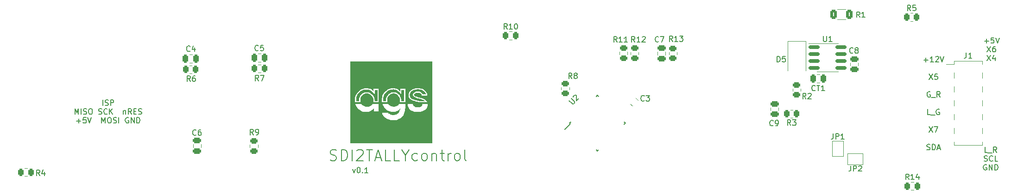
<source format=gto>
%TF.GenerationSoftware,KiCad,Pcbnew,6.0.11+dfsg-1*%
%TF.CreationDate,2023-11-10T00:48:11+01:00*%
%TF.ProjectId,tallySdoAdapter,74616c6c-7953-4646-9f41-646170746572,0.1*%
%TF.SameCoordinates,Original*%
%TF.FileFunction,Legend,Top*%
%TF.FilePolarity,Positive*%
%FSLAX46Y46*%
G04 Gerber Fmt 4.6, Leading zero omitted, Abs format (unit mm)*
G04 Created by KiCad (PCBNEW 6.0.11+dfsg-1) date 2023-11-10 00:48:11*
%MOMM*%
%LPD*%
G01*
G04 APERTURE LIST*
G04 Aperture macros list*
%AMRoundRect*
0 Rectangle with rounded corners*
0 $1 Rounding radius*
0 $2 $3 $4 $5 $6 $7 $8 $9 X,Y pos of 4 corners*
0 Add a 4 corners polygon primitive as box body*
4,1,4,$2,$3,$4,$5,$6,$7,$8,$9,$2,$3,0*
0 Add four circle primitives for the rounded corners*
1,1,$1+$1,$2,$3*
1,1,$1+$1,$4,$5*
1,1,$1+$1,$6,$7*
1,1,$1+$1,$8,$9*
0 Add four rect primitives between the rounded corners*
20,1,$1+$1,$2,$3,$4,$5,0*
20,1,$1+$1,$4,$5,$6,$7,0*
20,1,$1+$1,$6,$7,$8,$9,0*
20,1,$1+$1,$8,$9,$2,$3,0*%
%AMRotRect*
0 Rectangle, with rotation*
0 The origin of the aperture is its center*
0 $1 length*
0 $2 width*
0 $3 Rotation angle, in degrees counterclockwise*
0 Add horizontal line*
21,1,$1,$2,0,0,$3*%
%AMFreePoly0*
4,1,6,1.000000,0.000000,0.500000,-0.750000,-0.500000,-0.750000,-0.500000,0.750000,0.500000,0.750000,1.000000,0.000000,1.000000,0.000000,$1*%
%AMFreePoly1*
4,1,6,0.500000,-0.750000,-0.650000,-0.750000,-0.150000,0.000000,-0.650000,0.750000,0.500000,0.750000,0.500000,-0.750000,0.500000,-0.750000,$1*%
G04 Aperture macros list end*
%ADD10C,0.150000*%
%ADD11C,0.120000*%
%ADD12RoundRect,0.250000X0.450000X-0.262500X0.450000X0.262500X-0.450000X0.262500X-0.450000X-0.262500X0*%
%ADD13FreePoly0,270.000000*%
%ADD14FreePoly1,270.000000*%
%ADD15RoundRect,0.250000X0.250000X0.475000X-0.250000X0.475000X-0.250000X-0.475000X0.250000X-0.475000X0*%
%ADD16RoundRect,0.250000X-0.450000X0.262500X-0.450000X-0.262500X0.450000X-0.262500X0.450000X0.262500X0*%
%ADD17RoundRect,0.250000X0.262500X0.450000X-0.262500X0.450000X-0.262500X-0.450000X0.262500X-0.450000X0*%
%ADD18R,1.800000X2.500000*%
%ADD19R,3.150000X1.000000*%
%ADD20C,2.700000*%
%ADD21RoundRect,0.250000X-0.262500X-0.450000X0.262500X-0.450000X0.262500X0.450000X-0.262500X0.450000X0*%
%ADD22RoundRect,0.250000X-0.475000X0.250000X-0.475000X-0.250000X0.475000X-0.250000X0.475000X0.250000X0*%
%ADD23RoundRect,0.150000X-0.825000X-0.150000X0.825000X-0.150000X0.825000X0.150000X-0.825000X0.150000X0*%
%ADD24FreePoly0,180.000000*%
%ADD25FreePoly1,180.000000*%
%ADD26RoundRect,0.250000X0.475000X-0.250000X0.475000X0.250000X-0.475000X0.250000X-0.475000X-0.250000X0*%
%ADD27RotRect,1.600000X0.550000X45.000000*%
%ADD28RotRect,1.600000X0.550000X135.000000*%
%ADD29RoundRect,0.250000X-0.512652X-0.159099X-0.159099X-0.512652X0.512652X0.159099X0.159099X0.512652X0*%
%ADD30RoundRect,0.250000X0.312500X0.625000X-0.312500X0.625000X-0.312500X-0.625000X0.312500X-0.625000X0*%
%ADD31RoundRect,0.250000X-0.250000X-0.475000X0.250000X-0.475000X0.250000X0.475000X-0.250000X0.475000X0*%
%ADD32R,1.800000X1.800000*%
%ADD33C,1.800000*%
%ADD34R,2.000000X2.000000*%
%ADD35C,2.000000*%
%ADD36R,2.400000X1.600000*%
%ADD37O,2.400000X1.600000*%
%ADD38R,1.700000X1.700000*%
%ADD39O,1.700000X1.700000*%
%ADD40R,1.600000X1.600000*%
%ADD41C,1.600000*%
%ADD42R,2.000000X3.200000*%
%ADD43C,1.620000*%
%ADD44C,2.600000*%
G04 APERTURE END LIST*
D10*
X145332628Y-127623914D02*
X145570723Y-128290580D01*
X145808819Y-127623914D01*
X146380247Y-127290580D02*
X146475485Y-127290580D01*
X146570723Y-127338200D01*
X146618342Y-127385819D01*
X146665961Y-127481057D01*
X146713580Y-127671533D01*
X146713580Y-127909628D01*
X146665961Y-128100104D01*
X146618342Y-128195342D01*
X146570723Y-128242961D01*
X146475485Y-128290580D01*
X146380247Y-128290580D01*
X146285009Y-128242961D01*
X146237390Y-128195342D01*
X146189771Y-128100104D01*
X146142152Y-127909628D01*
X146142152Y-127671533D01*
X146189771Y-127481057D01*
X146237390Y-127385819D01*
X146285009Y-127338200D01*
X146380247Y-127290580D01*
X147142152Y-128195342D02*
X147189771Y-128242961D01*
X147142152Y-128290580D01*
X147094533Y-128242961D01*
X147142152Y-128195342D01*
X147142152Y-128290580D01*
X148142152Y-128290580D02*
X147570723Y-128290580D01*
X147856438Y-128290580D02*
X147856438Y-127290580D01*
X147761200Y-127433438D01*
X147665961Y-127528676D01*
X147570723Y-127576295D01*
X141263647Y-125955323D02*
X141549361Y-126050561D01*
X142025552Y-126050561D01*
X142216028Y-125955323D01*
X142311266Y-125860085D01*
X142406504Y-125669609D01*
X142406504Y-125479133D01*
X142311266Y-125288657D01*
X142216028Y-125193419D01*
X142025552Y-125098180D01*
X141644600Y-125002942D01*
X141454123Y-124907704D01*
X141358885Y-124812466D01*
X141263647Y-124621990D01*
X141263647Y-124431514D01*
X141358885Y-124241038D01*
X141454123Y-124145800D01*
X141644600Y-124050561D01*
X142120790Y-124050561D01*
X142406504Y-124145800D01*
X143263647Y-126050561D02*
X143263647Y-124050561D01*
X143739838Y-124050561D01*
X144025552Y-124145800D01*
X144216028Y-124336276D01*
X144311266Y-124526752D01*
X144406504Y-124907704D01*
X144406504Y-125193419D01*
X144311266Y-125574371D01*
X144216028Y-125764847D01*
X144025552Y-125955323D01*
X143739838Y-126050561D01*
X143263647Y-126050561D01*
X145263647Y-126050561D02*
X145263647Y-124050561D01*
X146120790Y-124241038D02*
X146216028Y-124145800D01*
X146406504Y-124050561D01*
X146882695Y-124050561D01*
X147073171Y-124145800D01*
X147168409Y-124241038D01*
X147263647Y-124431514D01*
X147263647Y-124621990D01*
X147168409Y-124907704D01*
X146025552Y-126050561D01*
X147263647Y-126050561D01*
X147835076Y-124050561D02*
X148977933Y-124050561D01*
X148406504Y-126050561D02*
X148406504Y-124050561D01*
X149549361Y-125479133D02*
X150501742Y-125479133D01*
X149358885Y-126050561D02*
X150025552Y-124050561D01*
X150692219Y-126050561D01*
X152311266Y-126050561D02*
X151358885Y-126050561D01*
X151358885Y-124050561D01*
X153930314Y-126050561D02*
X152977933Y-126050561D01*
X152977933Y-124050561D01*
X154977933Y-125098180D02*
X154977933Y-126050561D01*
X154311266Y-124050561D02*
X154977933Y-125098180D01*
X155644600Y-124050561D01*
X157168409Y-125955323D02*
X156977933Y-126050561D01*
X156596980Y-126050561D01*
X156406504Y-125955323D01*
X156311266Y-125860085D01*
X156216028Y-125669609D01*
X156216028Y-125098180D01*
X156311266Y-124907704D01*
X156406504Y-124812466D01*
X156596980Y-124717228D01*
X156977933Y-124717228D01*
X157168409Y-124812466D01*
X158311266Y-126050561D02*
X158120790Y-125955323D01*
X158025552Y-125860085D01*
X157930314Y-125669609D01*
X157930314Y-125098180D01*
X158025552Y-124907704D01*
X158120790Y-124812466D01*
X158311266Y-124717228D01*
X158596980Y-124717228D01*
X158787457Y-124812466D01*
X158882695Y-124907704D01*
X158977933Y-125098180D01*
X158977933Y-125669609D01*
X158882695Y-125860085D01*
X158787457Y-125955323D01*
X158596980Y-126050561D01*
X158311266Y-126050561D01*
X159835076Y-124717228D02*
X159835076Y-126050561D01*
X159835076Y-124907704D02*
X159930314Y-124812466D01*
X160120790Y-124717228D01*
X160406504Y-124717228D01*
X160596980Y-124812466D01*
X160692219Y-125002942D01*
X160692219Y-126050561D01*
X161358885Y-124717228D02*
X162120790Y-124717228D01*
X161644600Y-124050561D02*
X161644600Y-125764847D01*
X161739838Y-125955323D01*
X161930314Y-126050561D01*
X162120790Y-126050561D01*
X162787457Y-126050561D02*
X162787457Y-124717228D01*
X162787457Y-125098180D02*
X162882695Y-124907704D01*
X162977933Y-124812466D01*
X163168409Y-124717228D01*
X163358885Y-124717228D01*
X164311266Y-126050561D02*
X164120790Y-125955323D01*
X164025552Y-125860085D01*
X163930314Y-125669609D01*
X163930314Y-125098180D01*
X164025552Y-124907704D01*
X164120790Y-124812466D01*
X164311266Y-124717228D01*
X164596980Y-124717228D01*
X164787457Y-124812466D01*
X164882695Y-124907704D01*
X164977933Y-125098180D01*
X164977933Y-125669609D01*
X164882695Y-125860085D01*
X164787457Y-125955323D01*
X164596980Y-126050561D01*
X164311266Y-126050561D01*
X166120790Y-126050561D02*
X165930314Y-125955323D01*
X165835076Y-125764847D01*
X165835076Y-124050561D01*
X249723495Y-107591428D02*
X250485400Y-107591428D01*
X250104447Y-107972380D02*
X250104447Y-107210476D01*
X251485400Y-107972380D02*
X250913971Y-107972380D01*
X251199685Y-107972380D02*
X251199685Y-106972380D01*
X251104447Y-107115238D01*
X251009209Y-107210476D01*
X250913971Y-107258095D01*
X251866352Y-107067619D02*
X251913971Y-107020000D01*
X252009209Y-106972380D01*
X252247304Y-106972380D01*
X252342542Y-107020000D01*
X252390161Y-107067619D01*
X252437780Y-107162857D01*
X252437780Y-107258095D01*
X252390161Y-107400952D01*
X251818733Y-107972380D01*
X252437780Y-107972380D01*
X252723495Y-106972380D02*
X253056828Y-107972380D01*
X253390161Y-106972380D01*
X250675876Y-110192380D02*
X251342542Y-111192380D01*
X251342542Y-110192380D02*
X250675876Y-111192380D01*
X252199685Y-110192380D02*
X251723495Y-110192380D01*
X251675876Y-110668571D01*
X251723495Y-110620952D01*
X251818733Y-110573333D01*
X252056828Y-110573333D01*
X252152066Y-110620952D01*
X252199685Y-110668571D01*
X252247304Y-110763809D01*
X252247304Y-111001904D01*
X252199685Y-111097142D01*
X252152066Y-111144761D01*
X252056828Y-111192380D01*
X251818733Y-111192380D01*
X251723495Y-111144761D01*
X251675876Y-111097142D01*
X250866352Y-113460000D02*
X250771114Y-113412380D01*
X250628257Y-113412380D01*
X250485400Y-113460000D01*
X250390161Y-113555238D01*
X250342542Y-113650476D01*
X250294923Y-113840952D01*
X250294923Y-113983809D01*
X250342542Y-114174285D01*
X250390161Y-114269523D01*
X250485400Y-114364761D01*
X250628257Y-114412380D01*
X250723495Y-114412380D01*
X250866352Y-114364761D01*
X250913971Y-114317142D01*
X250913971Y-113983809D01*
X250723495Y-113983809D01*
X251104447Y-114507619D02*
X251866352Y-114507619D01*
X252675876Y-114412380D02*
X252342542Y-113936190D01*
X252104447Y-114412380D02*
X252104447Y-113412380D01*
X252485400Y-113412380D01*
X252580638Y-113460000D01*
X252628257Y-113507619D01*
X252675876Y-113602857D01*
X252675876Y-113745714D01*
X252628257Y-113840952D01*
X252580638Y-113888571D01*
X252485400Y-113936190D01*
X252104447Y-113936190D01*
X250913971Y-117632380D02*
X250437780Y-117632380D01*
X250437780Y-116632380D01*
X251009209Y-117727619D02*
X251771114Y-117727619D01*
X252533019Y-116680000D02*
X252437780Y-116632380D01*
X252294923Y-116632380D01*
X252152066Y-116680000D01*
X252056828Y-116775238D01*
X252009209Y-116870476D01*
X251961590Y-117060952D01*
X251961590Y-117203809D01*
X252009209Y-117394285D01*
X252056828Y-117489523D01*
X252152066Y-117584761D01*
X252294923Y-117632380D01*
X252390161Y-117632380D01*
X252533019Y-117584761D01*
X252580638Y-117537142D01*
X252580638Y-117203809D01*
X252390161Y-117203809D01*
X250675876Y-119852380D02*
X251342542Y-120852380D01*
X251342542Y-119852380D02*
X250675876Y-120852380D01*
X251628257Y-119852380D02*
X252294923Y-119852380D01*
X251866352Y-120852380D01*
X250271114Y-124024761D02*
X250413971Y-124072380D01*
X250652066Y-124072380D01*
X250747304Y-124024761D01*
X250794923Y-123977142D01*
X250842542Y-123881904D01*
X250842542Y-123786666D01*
X250794923Y-123691428D01*
X250747304Y-123643809D01*
X250652066Y-123596190D01*
X250461590Y-123548571D01*
X250366352Y-123500952D01*
X250318733Y-123453333D01*
X250271114Y-123358095D01*
X250271114Y-123262857D01*
X250318733Y-123167619D01*
X250366352Y-123120000D01*
X250461590Y-123072380D01*
X250699685Y-123072380D01*
X250842542Y-123120000D01*
X251271114Y-124072380D02*
X251271114Y-123072380D01*
X251509209Y-123072380D01*
X251652066Y-123120000D01*
X251747304Y-123215238D01*
X251794923Y-123310476D01*
X251842542Y-123500952D01*
X251842542Y-123643809D01*
X251794923Y-123834285D01*
X251747304Y-123929523D01*
X251652066Y-124024761D01*
X251509209Y-124072380D01*
X251271114Y-124072380D01*
X252223495Y-123786666D02*
X252699685Y-123786666D01*
X252128257Y-124072380D02*
X252461590Y-123072380D01*
X252794923Y-124072380D01*
X261353371Y-124546980D02*
X260877180Y-124546980D01*
X260877180Y-123546980D01*
X261448609Y-124642219D02*
X262210514Y-124642219D01*
X263020038Y-124546980D02*
X262686704Y-124070790D01*
X262448609Y-124546980D02*
X262448609Y-123546980D01*
X262829561Y-123546980D01*
X262924800Y-123594600D01*
X262972419Y-123642219D01*
X263020038Y-123737457D01*
X263020038Y-123880314D01*
X262972419Y-123975552D01*
X262924800Y-124023171D01*
X262829561Y-124070790D01*
X262448609Y-124070790D01*
X260734323Y-126109361D02*
X260877180Y-126156980D01*
X261115276Y-126156980D01*
X261210514Y-126109361D01*
X261258133Y-126061742D01*
X261305752Y-125966504D01*
X261305752Y-125871266D01*
X261258133Y-125776028D01*
X261210514Y-125728409D01*
X261115276Y-125680790D01*
X260924800Y-125633171D01*
X260829561Y-125585552D01*
X260781942Y-125537933D01*
X260734323Y-125442695D01*
X260734323Y-125347457D01*
X260781942Y-125252219D01*
X260829561Y-125204600D01*
X260924800Y-125156980D01*
X261162895Y-125156980D01*
X261305752Y-125204600D01*
X262305752Y-126061742D02*
X262258133Y-126109361D01*
X262115276Y-126156980D01*
X262020038Y-126156980D01*
X261877180Y-126109361D01*
X261781942Y-126014123D01*
X261734323Y-125918885D01*
X261686704Y-125728409D01*
X261686704Y-125585552D01*
X261734323Y-125395076D01*
X261781942Y-125299838D01*
X261877180Y-125204600D01*
X262020038Y-125156980D01*
X262115276Y-125156980D01*
X262258133Y-125204600D01*
X262305752Y-125252219D01*
X263210514Y-126156980D02*
X262734323Y-126156980D01*
X262734323Y-125156980D01*
X261162895Y-126814600D02*
X261067657Y-126766980D01*
X260924800Y-126766980D01*
X260781942Y-126814600D01*
X260686704Y-126909838D01*
X260639085Y-127005076D01*
X260591466Y-127195552D01*
X260591466Y-127338409D01*
X260639085Y-127528885D01*
X260686704Y-127624123D01*
X260781942Y-127719361D01*
X260924800Y-127766980D01*
X261020038Y-127766980D01*
X261162895Y-127719361D01*
X261210514Y-127671742D01*
X261210514Y-127338409D01*
X261020038Y-127338409D01*
X261639085Y-127766980D02*
X261639085Y-126766980D01*
X262210514Y-127766980D01*
X262210514Y-126766980D01*
X262686704Y-127766980D02*
X262686704Y-126766980D01*
X262924800Y-126766980D01*
X263067657Y-126814600D01*
X263162895Y-126909838D01*
X263210514Y-127005076D01*
X263258133Y-127195552D01*
X263258133Y-127338409D01*
X263210514Y-127528885D01*
X263162895Y-127624123D01*
X263067657Y-127719361D01*
X262924800Y-127766980D01*
X262686704Y-127766980D01*
X260791485Y-104150828D02*
X261553390Y-104150828D01*
X261172438Y-104531780D02*
X261172438Y-103769876D01*
X262505771Y-103531780D02*
X262029580Y-103531780D01*
X261981961Y-104007971D01*
X262029580Y-103960352D01*
X262124819Y-103912733D01*
X262362914Y-103912733D01*
X262458152Y-103960352D01*
X262505771Y-104007971D01*
X262553390Y-104103209D01*
X262553390Y-104341304D01*
X262505771Y-104436542D01*
X262458152Y-104484161D01*
X262362914Y-104531780D01*
X262124819Y-104531780D01*
X262029580Y-104484161D01*
X261981961Y-104436542D01*
X262839104Y-103531780D02*
X263172438Y-104531780D01*
X263505771Y-103531780D01*
X261267676Y-105141780D02*
X261934342Y-106141780D01*
X261934342Y-105141780D02*
X261267676Y-106141780D01*
X262743866Y-105141780D02*
X262553390Y-105141780D01*
X262458152Y-105189400D01*
X262410533Y-105237019D01*
X262315295Y-105379876D01*
X262267676Y-105570352D01*
X262267676Y-105951304D01*
X262315295Y-106046542D01*
X262362914Y-106094161D01*
X262458152Y-106141780D01*
X262648628Y-106141780D01*
X262743866Y-106094161D01*
X262791485Y-106046542D01*
X262839104Y-105951304D01*
X262839104Y-105713209D01*
X262791485Y-105617971D01*
X262743866Y-105570352D01*
X262648628Y-105522733D01*
X262458152Y-105522733D01*
X262362914Y-105570352D01*
X262315295Y-105617971D01*
X262267676Y-105713209D01*
X261267676Y-106751780D02*
X261934342Y-107751780D01*
X261934342Y-106751780D02*
X261267676Y-107751780D01*
X262743866Y-107085114D02*
X262743866Y-107751780D01*
X262505771Y-106704161D02*
X262267676Y-107418447D01*
X262886723Y-107418447D01*
X99684009Y-115936380D02*
X99684009Y-114936380D01*
X100112580Y-115888761D02*
X100255438Y-115936380D01*
X100493533Y-115936380D01*
X100588771Y-115888761D01*
X100636390Y-115841142D01*
X100684009Y-115745904D01*
X100684009Y-115650666D01*
X100636390Y-115555428D01*
X100588771Y-115507809D01*
X100493533Y-115460190D01*
X100303057Y-115412571D01*
X100207819Y-115364952D01*
X100160200Y-115317333D01*
X100112580Y-115222095D01*
X100112580Y-115126857D01*
X100160200Y-115031619D01*
X100207819Y-114984000D01*
X100303057Y-114936380D01*
X100541152Y-114936380D01*
X100684009Y-114984000D01*
X101112580Y-115936380D02*
X101112580Y-114936380D01*
X101493533Y-114936380D01*
X101588771Y-114984000D01*
X101636390Y-115031619D01*
X101684009Y-115126857D01*
X101684009Y-115269714D01*
X101636390Y-115364952D01*
X101588771Y-115412571D01*
X101493533Y-115460190D01*
X101112580Y-115460190D01*
X94588771Y-117546380D02*
X94588771Y-116546380D01*
X94922104Y-117260666D01*
X95255438Y-116546380D01*
X95255438Y-117546380D01*
X95731628Y-117546380D02*
X95731628Y-116546380D01*
X96160200Y-117498761D02*
X96303057Y-117546380D01*
X96541152Y-117546380D01*
X96636390Y-117498761D01*
X96684009Y-117451142D01*
X96731628Y-117355904D01*
X96731628Y-117260666D01*
X96684009Y-117165428D01*
X96636390Y-117117809D01*
X96541152Y-117070190D01*
X96350676Y-117022571D01*
X96255438Y-116974952D01*
X96207819Y-116927333D01*
X96160200Y-116832095D01*
X96160200Y-116736857D01*
X96207819Y-116641619D01*
X96255438Y-116594000D01*
X96350676Y-116546380D01*
X96588771Y-116546380D01*
X96731628Y-116594000D01*
X97350676Y-116546380D02*
X97541152Y-116546380D01*
X97636390Y-116594000D01*
X97731628Y-116689238D01*
X97779247Y-116879714D01*
X97779247Y-117213047D01*
X97731628Y-117403523D01*
X97636390Y-117498761D01*
X97541152Y-117546380D01*
X97350676Y-117546380D01*
X97255438Y-117498761D01*
X97160200Y-117403523D01*
X97112580Y-117213047D01*
X97112580Y-116879714D01*
X97160200Y-116689238D01*
X97255438Y-116594000D01*
X97350676Y-116546380D01*
X98922104Y-117498761D02*
X99064961Y-117546380D01*
X99303057Y-117546380D01*
X99398295Y-117498761D01*
X99445914Y-117451142D01*
X99493533Y-117355904D01*
X99493533Y-117260666D01*
X99445914Y-117165428D01*
X99398295Y-117117809D01*
X99303057Y-117070190D01*
X99112580Y-117022571D01*
X99017342Y-116974952D01*
X98969723Y-116927333D01*
X98922104Y-116832095D01*
X98922104Y-116736857D01*
X98969723Y-116641619D01*
X99017342Y-116594000D01*
X99112580Y-116546380D01*
X99350676Y-116546380D01*
X99493533Y-116594000D01*
X100493533Y-117451142D02*
X100445914Y-117498761D01*
X100303057Y-117546380D01*
X100207819Y-117546380D01*
X100064961Y-117498761D01*
X99969723Y-117403523D01*
X99922104Y-117308285D01*
X99874485Y-117117809D01*
X99874485Y-116974952D01*
X99922104Y-116784476D01*
X99969723Y-116689238D01*
X100064961Y-116594000D01*
X100207819Y-116546380D01*
X100303057Y-116546380D01*
X100445914Y-116594000D01*
X100493533Y-116641619D01*
X100922104Y-117546380D02*
X100922104Y-116546380D01*
X101493533Y-117546380D02*
X101064961Y-116974952D01*
X101493533Y-116546380D02*
X100922104Y-117117809D01*
X103445914Y-116879714D02*
X103445914Y-117546380D01*
X103445914Y-116974952D02*
X103493533Y-116927333D01*
X103588771Y-116879714D01*
X103731628Y-116879714D01*
X103826866Y-116927333D01*
X103874485Y-117022571D01*
X103874485Y-117546380D01*
X104922104Y-117546380D02*
X104588771Y-117070190D01*
X104350676Y-117546380D02*
X104350676Y-116546380D01*
X104731628Y-116546380D01*
X104826866Y-116594000D01*
X104874485Y-116641619D01*
X104922104Y-116736857D01*
X104922104Y-116879714D01*
X104874485Y-116974952D01*
X104826866Y-117022571D01*
X104731628Y-117070190D01*
X104350676Y-117070190D01*
X105350676Y-117022571D02*
X105684009Y-117022571D01*
X105826866Y-117546380D02*
X105350676Y-117546380D01*
X105350676Y-116546380D01*
X105826866Y-116546380D01*
X106207819Y-117498761D02*
X106350676Y-117546380D01*
X106588771Y-117546380D01*
X106684009Y-117498761D01*
X106731628Y-117451142D01*
X106779247Y-117355904D01*
X106779247Y-117260666D01*
X106731628Y-117165428D01*
X106684009Y-117117809D01*
X106588771Y-117070190D01*
X106398295Y-117022571D01*
X106303057Y-116974952D01*
X106255438Y-116927333D01*
X106207819Y-116832095D01*
X106207819Y-116736857D01*
X106255438Y-116641619D01*
X106303057Y-116594000D01*
X106398295Y-116546380D01*
X106636390Y-116546380D01*
X106779247Y-116594000D01*
X94898295Y-118775428D02*
X95660200Y-118775428D01*
X95279247Y-119156380D02*
X95279247Y-118394476D01*
X96612580Y-118156380D02*
X96136390Y-118156380D01*
X96088771Y-118632571D01*
X96136390Y-118584952D01*
X96231628Y-118537333D01*
X96469723Y-118537333D01*
X96564961Y-118584952D01*
X96612580Y-118632571D01*
X96660200Y-118727809D01*
X96660200Y-118965904D01*
X96612580Y-119061142D01*
X96564961Y-119108761D01*
X96469723Y-119156380D01*
X96231628Y-119156380D01*
X96136390Y-119108761D01*
X96088771Y-119061142D01*
X96945914Y-118156380D02*
X97279247Y-119156380D01*
X97612580Y-118156380D01*
X99469723Y-119156380D02*
X99469723Y-118156380D01*
X99803057Y-118870666D01*
X100136390Y-118156380D01*
X100136390Y-119156380D01*
X100803057Y-118156380D02*
X100993533Y-118156380D01*
X101088771Y-118204000D01*
X101184009Y-118299238D01*
X101231628Y-118489714D01*
X101231628Y-118823047D01*
X101184009Y-119013523D01*
X101088771Y-119108761D01*
X100993533Y-119156380D01*
X100803057Y-119156380D01*
X100707819Y-119108761D01*
X100612580Y-119013523D01*
X100564961Y-118823047D01*
X100564961Y-118489714D01*
X100612580Y-118299238D01*
X100707819Y-118204000D01*
X100803057Y-118156380D01*
X101612580Y-119108761D02*
X101755438Y-119156380D01*
X101993533Y-119156380D01*
X102088771Y-119108761D01*
X102136390Y-119061142D01*
X102184009Y-118965904D01*
X102184009Y-118870666D01*
X102136390Y-118775428D01*
X102088771Y-118727809D01*
X101993533Y-118680190D01*
X101803057Y-118632571D01*
X101707819Y-118584952D01*
X101660200Y-118537333D01*
X101612580Y-118442095D01*
X101612580Y-118346857D01*
X101660200Y-118251619D01*
X101707819Y-118204000D01*
X101803057Y-118156380D01*
X102041152Y-118156380D01*
X102184009Y-118204000D01*
X102612580Y-119156380D02*
X102612580Y-118156380D01*
X104374485Y-118204000D02*
X104279247Y-118156380D01*
X104136390Y-118156380D01*
X103993533Y-118204000D01*
X103898295Y-118299238D01*
X103850676Y-118394476D01*
X103803057Y-118584952D01*
X103803057Y-118727809D01*
X103850676Y-118918285D01*
X103898295Y-119013523D01*
X103993533Y-119108761D01*
X104136390Y-119156380D01*
X104231628Y-119156380D01*
X104374485Y-119108761D01*
X104422104Y-119061142D01*
X104422104Y-118727809D01*
X104231628Y-118727809D01*
X104850676Y-119156380D02*
X104850676Y-118156380D01*
X105422104Y-119156380D01*
X105422104Y-118156380D01*
X105898295Y-119156380D02*
X105898295Y-118156380D01*
X106136390Y-118156380D01*
X106279247Y-118204000D01*
X106374485Y-118299238D01*
X106422104Y-118394476D01*
X106469723Y-118584952D01*
X106469723Y-118727809D01*
X106422104Y-118918285D01*
X106374485Y-119013523D01*
X106279247Y-119108761D01*
X106136390Y-119156380D01*
X105898295Y-119156380D01*
%TO.C,R11*%
X193641742Y-104338380D02*
X193308409Y-103862190D01*
X193070314Y-104338380D02*
X193070314Y-103338380D01*
X193451266Y-103338380D01*
X193546504Y-103386000D01*
X193594123Y-103433619D01*
X193641742Y-103528857D01*
X193641742Y-103671714D01*
X193594123Y-103766952D01*
X193546504Y-103814571D01*
X193451266Y-103862190D01*
X193070314Y-103862190D01*
X194594123Y-104338380D02*
X194022695Y-104338380D01*
X194308409Y-104338380D02*
X194308409Y-103338380D01*
X194213171Y-103481238D01*
X194117933Y-103576476D01*
X194022695Y-103624095D01*
X195546504Y-104338380D02*
X194975076Y-104338380D01*
X195260790Y-104338380D02*
X195260790Y-103338380D01*
X195165552Y-103481238D01*
X195070314Y-103576476D01*
X194975076Y-103624095D01*
%TO.C,JP1*%
X233151466Y-121118380D02*
X233151466Y-121832666D01*
X233103847Y-121975523D01*
X233008609Y-122070761D01*
X232865752Y-122118380D01*
X232770514Y-122118380D01*
X233627657Y-122118380D02*
X233627657Y-121118380D01*
X234008609Y-121118380D01*
X234103847Y-121166000D01*
X234151466Y-121213619D01*
X234199085Y-121308857D01*
X234199085Y-121451714D01*
X234151466Y-121546952D01*
X234103847Y-121594571D01*
X234008609Y-121642190D01*
X233627657Y-121642190D01*
X235151466Y-122118380D02*
X234580038Y-122118380D01*
X234865752Y-122118380D02*
X234865752Y-121118380D01*
X234770514Y-121261238D01*
X234675276Y-121356476D01*
X234580038Y-121404095D01*
%TO.C,C5*%
X128103333Y-105817942D02*
X128055714Y-105865561D01*
X127912857Y-105913180D01*
X127817619Y-105913180D01*
X127674761Y-105865561D01*
X127579523Y-105770323D01*
X127531904Y-105675085D01*
X127484285Y-105484609D01*
X127484285Y-105341752D01*
X127531904Y-105151276D01*
X127579523Y-105056038D01*
X127674761Y-104960800D01*
X127817619Y-104913180D01*
X127912857Y-104913180D01*
X128055714Y-104960800D01*
X128103333Y-105008419D01*
X129008095Y-104913180D02*
X128531904Y-104913180D01*
X128484285Y-105389371D01*
X128531904Y-105341752D01*
X128627142Y-105294133D01*
X128865238Y-105294133D01*
X128960476Y-105341752D01*
X129008095Y-105389371D01*
X129055714Y-105484609D01*
X129055714Y-105722704D01*
X129008095Y-105817942D01*
X128960476Y-105865561D01*
X128865238Y-105913180D01*
X128627142Y-105913180D01*
X128531904Y-105865561D01*
X128484285Y-105817942D01*
%TO.C,R9*%
X127215054Y-121305580D02*
X126881721Y-120829390D01*
X126643625Y-121305580D02*
X126643625Y-120305580D01*
X127024578Y-120305580D01*
X127119816Y-120353200D01*
X127167435Y-120400819D01*
X127215054Y-120496057D01*
X127215054Y-120638914D01*
X127167435Y-120734152D01*
X127119816Y-120781771D01*
X127024578Y-120829390D01*
X126643625Y-120829390D01*
X127691244Y-121305580D02*
X127881721Y-121305580D01*
X127976959Y-121257961D01*
X128024578Y-121210342D01*
X128119816Y-121067485D01*
X128167435Y-120877009D01*
X128167435Y-120496057D01*
X128119816Y-120400819D01*
X128072197Y-120353200D01*
X127976959Y-120305580D01*
X127786482Y-120305580D01*
X127691244Y-120353200D01*
X127643625Y-120400819D01*
X127596006Y-120496057D01*
X127596006Y-120734152D01*
X127643625Y-120829390D01*
X127691244Y-120877009D01*
X127786482Y-120924628D01*
X127976959Y-120924628D01*
X128072197Y-120877009D01*
X128119816Y-120829390D01*
X128167435Y-120734152D01*
%TO.C,R8*%
X185405733Y-111018580D02*
X185072400Y-110542390D01*
X184834304Y-111018580D02*
X184834304Y-110018580D01*
X185215257Y-110018580D01*
X185310495Y-110066200D01*
X185358114Y-110113819D01*
X185405733Y-110209057D01*
X185405733Y-110351914D01*
X185358114Y-110447152D01*
X185310495Y-110494771D01*
X185215257Y-110542390D01*
X184834304Y-110542390D01*
X185977161Y-110447152D02*
X185881923Y-110399533D01*
X185834304Y-110351914D01*
X185786685Y-110256676D01*
X185786685Y-110209057D01*
X185834304Y-110113819D01*
X185881923Y-110066200D01*
X185977161Y-110018580D01*
X186167638Y-110018580D01*
X186262876Y-110066200D01*
X186310495Y-110113819D01*
X186358114Y-110209057D01*
X186358114Y-110256676D01*
X186310495Y-110351914D01*
X186262876Y-110399533D01*
X186167638Y-110447152D01*
X185977161Y-110447152D01*
X185881923Y-110494771D01*
X185834304Y-110542390D01*
X185786685Y-110637628D01*
X185786685Y-110828104D01*
X185834304Y-110923342D01*
X185881923Y-110970961D01*
X185977161Y-111018580D01*
X186167638Y-111018580D01*
X186262876Y-110970961D01*
X186310495Y-110923342D01*
X186358114Y-110828104D01*
X186358114Y-110637628D01*
X186310495Y-110542390D01*
X186262876Y-110494771D01*
X186167638Y-110447152D01*
%TO.C,CT1*%
X229855780Y-113158542D02*
X229808161Y-113206161D01*
X229665304Y-113253780D01*
X229570066Y-113253780D01*
X229427209Y-113206161D01*
X229331971Y-113110923D01*
X229284352Y-113015685D01*
X229236733Y-112825209D01*
X229236733Y-112682352D01*
X229284352Y-112491876D01*
X229331971Y-112396638D01*
X229427209Y-112301400D01*
X229570066Y-112253780D01*
X229665304Y-112253780D01*
X229808161Y-112301400D01*
X229855780Y-112349019D01*
X230141495Y-112253780D02*
X230712923Y-112253780D01*
X230427209Y-113253780D02*
X230427209Y-112253780D01*
X231570066Y-113253780D02*
X230998638Y-113253780D01*
X231284352Y-113253780D02*
X231284352Y-112253780D01*
X231189114Y-112396638D01*
X231093876Y-112491876D01*
X230998638Y-112539495D01*
%TO.C,R4*%
X88174533Y-128773180D02*
X87841200Y-128296990D01*
X87603104Y-128773180D02*
X87603104Y-127773180D01*
X87984057Y-127773180D01*
X88079295Y-127820800D01*
X88126914Y-127868419D01*
X88174533Y-127963657D01*
X88174533Y-128106514D01*
X88126914Y-128201752D01*
X88079295Y-128249371D01*
X87984057Y-128296990D01*
X87603104Y-128296990D01*
X89031676Y-128106514D02*
X89031676Y-128773180D01*
X88793580Y-127725561D02*
X88555485Y-128439847D01*
X89174533Y-128439847D01*
%TO.C,D5*%
X222908904Y-107945180D02*
X222908904Y-106945180D01*
X223147000Y-106945180D01*
X223289857Y-106992800D01*
X223385095Y-107088038D01*
X223432714Y-107183276D01*
X223480333Y-107373752D01*
X223480333Y-107516609D01*
X223432714Y-107707085D01*
X223385095Y-107802323D01*
X223289857Y-107897561D01*
X223147000Y-107945180D01*
X222908904Y-107945180D01*
X224385095Y-106945180D02*
X223908904Y-106945180D01*
X223861285Y-107421371D01*
X223908904Y-107373752D01*
X224004142Y-107326133D01*
X224242238Y-107326133D01*
X224337476Y-107373752D01*
X224385095Y-107421371D01*
X224432714Y-107516609D01*
X224432714Y-107754704D01*
X224385095Y-107849942D01*
X224337476Y-107897561D01*
X224242238Y-107945180D01*
X224004142Y-107945180D01*
X223908904Y-107897561D01*
X223861285Y-107849942D01*
%TO.C,R3*%
X225387233Y-119577380D02*
X225053900Y-119101190D01*
X224815804Y-119577380D02*
X224815804Y-118577380D01*
X225196757Y-118577380D01*
X225291995Y-118625000D01*
X225339614Y-118672619D01*
X225387233Y-118767857D01*
X225387233Y-118910714D01*
X225339614Y-119005952D01*
X225291995Y-119053571D01*
X225196757Y-119101190D01*
X224815804Y-119101190D01*
X225720566Y-118577380D02*
X226339614Y-118577380D01*
X226006280Y-118958333D01*
X226149138Y-118958333D01*
X226244376Y-119005952D01*
X226291995Y-119053571D01*
X226339614Y-119148809D01*
X226339614Y-119386904D01*
X226291995Y-119482142D01*
X226244376Y-119529761D01*
X226149138Y-119577380D01*
X225863423Y-119577380D01*
X225768185Y-119529761D01*
X225720566Y-119482142D01*
%TO.C,J1*%
X257476666Y-106266180D02*
X257476666Y-106980466D01*
X257429047Y-107123323D01*
X257333809Y-107218561D01*
X257190952Y-107266180D01*
X257095714Y-107266180D01*
X258476666Y-107266180D02*
X257905238Y-107266180D01*
X258190952Y-107266180D02*
X258190952Y-106266180D01*
X258095714Y-106409038D01*
X258000476Y-106504276D01*
X257905238Y-106551895D01*
%TO.C,R14*%
X246983642Y-129510780D02*
X246650309Y-129034590D01*
X246412214Y-129510780D02*
X246412214Y-128510780D01*
X246793166Y-128510780D01*
X246888404Y-128558400D01*
X246936023Y-128606019D01*
X246983642Y-128701257D01*
X246983642Y-128844114D01*
X246936023Y-128939352D01*
X246888404Y-128986971D01*
X246793166Y-129034590D01*
X246412214Y-129034590D01*
X247936023Y-129510780D02*
X247364595Y-129510780D01*
X247650309Y-129510780D02*
X247650309Y-128510780D01*
X247555071Y-128653638D01*
X247459833Y-128748876D01*
X247364595Y-128796495D01*
X248793166Y-128844114D02*
X248793166Y-129510780D01*
X248555071Y-128463161D02*
X248316976Y-129177447D01*
X248936023Y-129177447D01*
%TO.C,C9*%
X222184933Y-119584742D02*
X222137314Y-119632361D01*
X221994457Y-119679980D01*
X221899219Y-119679980D01*
X221756361Y-119632361D01*
X221661123Y-119537123D01*
X221613504Y-119441885D01*
X221565885Y-119251409D01*
X221565885Y-119108552D01*
X221613504Y-118918076D01*
X221661123Y-118822838D01*
X221756361Y-118727600D01*
X221899219Y-118679980D01*
X221994457Y-118679980D01*
X222137314Y-118727600D01*
X222184933Y-118775219D01*
X222661123Y-119679980D02*
X222851600Y-119679980D01*
X222946838Y-119632361D01*
X222994457Y-119584742D01*
X223089695Y-119441885D01*
X223137314Y-119251409D01*
X223137314Y-118870457D01*
X223089695Y-118775219D01*
X223042076Y-118727600D01*
X222946838Y-118679980D01*
X222756361Y-118679980D01*
X222661123Y-118727600D01*
X222613504Y-118775219D01*
X222565885Y-118870457D01*
X222565885Y-119108552D01*
X222613504Y-119203790D01*
X222661123Y-119251409D01*
X222756361Y-119299028D01*
X222946838Y-119299028D01*
X223042076Y-119251409D01*
X223089695Y-119203790D01*
X223137314Y-119108552D01*
%TO.C,R2*%
X228179333Y-114701580D02*
X227846000Y-114225390D01*
X227607904Y-114701580D02*
X227607904Y-113701580D01*
X227988857Y-113701580D01*
X228084095Y-113749200D01*
X228131714Y-113796819D01*
X228179333Y-113892057D01*
X228179333Y-114034914D01*
X228131714Y-114130152D01*
X228084095Y-114177771D01*
X227988857Y-114225390D01*
X227607904Y-114225390D01*
X228560285Y-113796819D02*
X228607904Y-113749200D01*
X228703142Y-113701580D01*
X228941238Y-113701580D01*
X229036476Y-113749200D01*
X229084095Y-113796819D01*
X229131714Y-113892057D01*
X229131714Y-113987295D01*
X229084095Y-114130152D01*
X228512666Y-114701580D01*
X229131714Y-114701580D01*
%TO.C,R7*%
X128156033Y-111399580D02*
X127822700Y-110923390D01*
X127584604Y-111399580D02*
X127584604Y-110399580D01*
X127965557Y-110399580D01*
X128060795Y-110447200D01*
X128108414Y-110494819D01*
X128156033Y-110590057D01*
X128156033Y-110732914D01*
X128108414Y-110828152D01*
X128060795Y-110875771D01*
X127965557Y-110923390D01*
X127584604Y-110923390D01*
X128489366Y-110399580D02*
X129156033Y-110399580D01*
X128727461Y-111399580D01*
%TO.C,R13*%
X203801742Y-104211380D02*
X203468409Y-103735190D01*
X203230314Y-104211380D02*
X203230314Y-103211380D01*
X203611266Y-103211380D01*
X203706504Y-103259000D01*
X203754123Y-103306619D01*
X203801742Y-103401857D01*
X203801742Y-103544714D01*
X203754123Y-103639952D01*
X203706504Y-103687571D01*
X203611266Y-103735190D01*
X203230314Y-103735190D01*
X204754123Y-104211380D02*
X204182695Y-104211380D01*
X204468409Y-104211380D02*
X204468409Y-103211380D01*
X204373171Y-103354238D01*
X204277933Y-103449476D01*
X204182695Y-103497095D01*
X205087457Y-103211380D02*
X205706504Y-103211380D01*
X205373171Y-103592333D01*
X205516028Y-103592333D01*
X205611266Y-103639952D01*
X205658885Y-103687571D01*
X205706504Y-103782809D01*
X205706504Y-104020904D01*
X205658885Y-104116142D01*
X205611266Y-104163761D01*
X205516028Y-104211380D01*
X205230314Y-104211380D01*
X205135076Y-104163761D01*
X205087457Y-104116142D01*
%TO.C,U1*%
X231370195Y-103227680D02*
X231370195Y-104037204D01*
X231417814Y-104132442D01*
X231465433Y-104180061D01*
X231560671Y-104227680D01*
X231751147Y-104227680D01*
X231846385Y-104180061D01*
X231894004Y-104132442D01*
X231941623Y-104037204D01*
X231941623Y-103227680D01*
X232941623Y-104227680D02*
X232370195Y-104227680D01*
X232655909Y-104227680D02*
X232655909Y-103227680D01*
X232560671Y-103370538D01*
X232465433Y-103465776D01*
X232370195Y-103513395D01*
%TO.C,JP2*%
X236363466Y-126982380D02*
X236363466Y-127696666D01*
X236315847Y-127839523D01*
X236220609Y-127934761D01*
X236077752Y-127982380D01*
X235982514Y-127982380D01*
X236839657Y-127982380D02*
X236839657Y-126982380D01*
X237220609Y-126982380D01*
X237315847Y-127030000D01*
X237363466Y-127077619D01*
X237411085Y-127172857D01*
X237411085Y-127315714D01*
X237363466Y-127410952D01*
X237315847Y-127458571D01*
X237220609Y-127506190D01*
X236839657Y-127506190D01*
X237792038Y-127077619D02*
X237839657Y-127030000D01*
X237934895Y-126982380D01*
X238172990Y-126982380D01*
X238268228Y-127030000D01*
X238315847Y-127077619D01*
X238363466Y-127172857D01*
X238363466Y-127268095D01*
X238315847Y-127410952D01*
X237744419Y-127982380D01*
X238363466Y-127982380D01*
%TO.C,C6*%
X116724133Y-121311942D02*
X116676514Y-121359561D01*
X116533657Y-121407180D01*
X116438419Y-121407180D01*
X116295561Y-121359561D01*
X116200323Y-121264323D01*
X116152704Y-121169085D01*
X116105085Y-120978609D01*
X116105085Y-120835752D01*
X116152704Y-120645276D01*
X116200323Y-120550038D01*
X116295561Y-120454800D01*
X116438419Y-120407180D01*
X116533657Y-120407180D01*
X116676514Y-120454800D01*
X116724133Y-120502419D01*
X117581276Y-120407180D02*
X117390800Y-120407180D01*
X117295561Y-120454800D01*
X117247942Y-120502419D01*
X117152704Y-120645276D01*
X117105085Y-120835752D01*
X117105085Y-121216704D01*
X117152704Y-121311942D01*
X117200323Y-121359561D01*
X117295561Y-121407180D01*
X117486038Y-121407180D01*
X117581276Y-121359561D01*
X117628895Y-121311942D01*
X117676514Y-121216704D01*
X117676514Y-120978609D01*
X117628895Y-120883371D01*
X117581276Y-120835752D01*
X117486038Y-120788133D01*
X117295561Y-120788133D01*
X117200323Y-120835752D01*
X117152704Y-120883371D01*
X117105085Y-120978609D01*
%TO.C,R10*%
X173575742Y-101951780D02*
X173242409Y-101475590D01*
X173004314Y-101951780D02*
X173004314Y-100951780D01*
X173385266Y-100951780D01*
X173480504Y-100999400D01*
X173528123Y-101047019D01*
X173575742Y-101142257D01*
X173575742Y-101285114D01*
X173528123Y-101380352D01*
X173480504Y-101427971D01*
X173385266Y-101475590D01*
X173004314Y-101475590D01*
X174528123Y-101951780D02*
X173956695Y-101951780D01*
X174242409Y-101951780D02*
X174242409Y-100951780D01*
X174147171Y-101094638D01*
X174051933Y-101189876D01*
X173956695Y-101237495D01*
X175147171Y-100951780D02*
X175242409Y-100951780D01*
X175337647Y-100999400D01*
X175385266Y-101047019D01*
X175432885Y-101142257D01*
X175480504Y-101332733D01*
X175480504Y-101570828D01*
X175432885Y-101761304D01*
X175385266Y-101856542D01*
X175337647Y-101904161D01*
X175242409Y-101951780D01*
X175147171Y-101951780D01*
X175051933Y-101904161D01*
X175004314Y-101856542D01*
X174956695Y-101761304D01*
X174909076Y-101570828D01*
X174909076Y-101332733D01*
X174956695Y-101142257D01*
X175004314Y-101047019D01*
X175051933Y-100999400D01*
X175147171Y-100951780D01*
%TO.C,U2*%
X184878183Y-115054887D02*
X185450603Y-115627307D01*
X185551618Y-115660979D01*
X185618962Y-115660979D01*
X185719977Y-115627307D01*
X185854664Y-115492620D01*
X185888336Y-115391605D01*
X185888336Y-115324261D01*
X185854664Y-115223246D01*
X185282244Y-114650826D01*
X185652634Y-114415124D02*
X185652634Y-114347781D01*
X185686305Y-114246765D01*
X185854664Y-114078407D01*
X185955679Y-114044735D01*
X186023023Y-114044735D01*
X186124038Y-114078407D01*
X186191382Y-114145750D01*
X186258725Y-114280437D01*
X186258725Y-115088559D01*
X186696458Y-114650826D01*
%TO.C,C3*%
X198639133Y-115038142D02*
X198591514Y-115085761D01*
X198448657Y-115133380D01*
X198353419Y-115133380D01*
X198210561Y-115085761D01*
X198115323Y-114990523D01*
X198067704Y-114895285D01*
X198020085Y-114704809D01*
X198020085Y-114561952D01*
X198067704Y-114371476D01*
X198115323Y-114276238D01*
X198210561Y-114181000D01*
X198353419Y-114133380D01*
X198448657Y-114133380D01*
X198591514Y-114181000D01*
X198639133Y-114228619D01*
X198972466Y-114133380D02*
X199591514Y-114133380D01*
X199258180Y-114514333D01*
X199401038Y-114514333D01*
X199496276Y-114561952D01*
X199543895Y-114609571D01*
X199591514Y-114704809D01*
X199591514Y-114942904D01*
X199543895Y-115038142D01*
X199496276Y-115085761D01*
X199401038Y-115133380D01*
X199115323Y-115133380D01*
X199020085Y-115085761D01*
X198972466Y-115038142D01*
%TO.C,C7*%
X201255333Y-104217742D02*
X201207714Y-104265361D01*
X201064857Y-104312980D01*
X200969619Y-104312980D01*
X200826761Y-104265361D01*
X200731523Y-104170123D01*
X200683904Y-104074885D01*
X200636285Y-103884409D01*
X200636285Y-103741552D01*
X200683904Y-103551076D01*
X200731523Y-103455838D01*
X200826761Y-103360600D01*
X200969619Y-103312980D01*
X201064857Y-103312980D01*
X201207714Y-103360600D01*
X201255333Y-103408219D01*
X201588666Y-103312980D02*
X202255333Y-103312980D01*
X201826761Y-104312980D01*
%TO.C,C8*%
X236764533Y-106275142D02*
X236716914Y-106322761D01*
X236574057Y-106370380D01*
X236478819Y-106370380D01*
X236335961Y-106322761D01*
X236240723Y-106227523D01*
X236193104Y-106132285D01*
X236145485Y-105941809D01*
X236145485Y-105798952D01*
X236193104Y-105608476D01*
X236240723Y-105513238D01*
X236335961Y-105418000D01*
X236478819Y-105370380D01*
X236574057Y-105370380D01*
X236716914Y-105418000D01*
X236764533Y-105465619D01*
X237335961Y-105798952D02*
X237240723Y-105751333D01*
X237193104Y-105703714D01*
X237145485Y-105608476D01*
X237145485Y-105560857D01*
X237193104Y-105465619D01*
X237240723Y-105418000D01*
X237335961Y-105370380D01*
X237526438Y-105370380D01*
X237621676Y-105418000D01*
X237669295Y-105465619D01*
X237716914Y-105560857D01*
X237716914Y-105608476D01*
X237669295Y-105703714D01*
X237621676Y-105751333D01*
X237526438Y-105798952D01*
X237335961Y-105798952D01*
X237240723Y-105846571D01*
X237193104Y-105894190D01*
X237145485Y-105989428D01*
X237145485Y-106179904D01*
X237193104Y-106275142D01*
X237240723Y-106322761D01*
X237335961Y-106370380D01*
X237526438Y-106370380D01*
X237621676Y-106322761D01*
X237669295Y-106275142D01*
X237716914Y-106179904D01*
X237716914Y-105989428D01*
X237669295Y-105894190D01*
X237621676Y-105846571D01*
X237526438Y-105798952D01*
%TO.C,R12*%
X196918342Y-104312980D02*
X196585009Y-103836790D01*
X196346914Y-104312980D02*
X196346914Y-103312980D01*
X196727866Y-103312980D01*
X196823104Y-103360600D01*
X196870723Y-103408219D01*
X196918342Y-103503457D01*
X196918342Y-103646314D01*
X196870723Y-103741552D01*
X196823104Y-103789171D01*
X196727866Y-103836790D01*
X196346914Y-103836790D01*
X197870723Y-104312980D02*
X197299295Y-104312980D01*
X197585009Y-104312980D02*
X197585009Y-103312980D01*
X197489771Y-103455838D01*
X197394533Y-103551076D01*
X197299295Y-103598695D01*
X198251676Y-103408219D02*
X198299295Y-103360600D01*
X198394533Y-103312980D01*
X198632628Y-103312980D01*
X198727866Y-103360600D01*
X198775485Y-103408219D01*
X198823104Y-103503457D01*
X198823104Y-103598695D01*
X198775485Y-103741552D01*
X198204057Y-104312980D01*
X198823104Y-104312980D01*
%TO.C,R6*%
X115680833Y-111526580D02*
X115347500Y-111050390D01*
X115109404Y-111526580D02*
X115109404Y-110526580D01*
X115490357Y-110526580D01*
X115585595Y-110574200D01*
X115633214Y-110621819D01*
X115680833Y-110717057D01*
X115680833Y-110859914D01*
X115633214Y-110955152D01*
X115585595Y-111002771D01*
X115490357Y-111050390D01*
X115109404Y-111050390D01*
X116537976Y-110526580D02*
X116347500Y-110526580D01*
X116252261Y-110574200D01*
X116204642Y-110621819D01*
X116109404Y-110764676D01*
X116061785Y-110955152D01*
X116061785Y-111336104D01*
X116109404Y-111431342D01*
X116157023Y-111478961D01*
X116252261Y-111526580D01*
X116442738Y-111526580D01*
X116537976Y-111478961D01*
X116585595Y-111431342D01*
X116633214Y-111336104D01*
X116633214Y-111098009D01*
X116585595Y-111002771D01*
X116537976Y-110955152D01*
X116442738Y-110907533D01*
X116252261Y-110907533D01*
X116157023Y-110955152D01*
X116109404Y-111002771D01*
X116061785Y-111098009D01*
%TO.C,R1*%
X238005133Y-99791780D02*
X237671800Y-99315590D01*
X237433704Y-99791780D02*
X237433704Y-98791780D01*
X237814657Y-98791780D01*
X237909895Y-98839400D01*
X237957514Y-98887019D01*
X238005133Y-98982257D01*
X238005133Y-99125114D01*
X237957514Y-99220352D01*
X237909895Y-99267971D01*
X237814657Y-99315590D01*
X237433704Y-99315590D01*
X238957514Y-99791780D02*
X238386085Y-99791780D01*
X238671800Y-99791780D02*
X238671800Y-98791780D01*
X238576561Y-98934638D01*
X238481323Y-99029876D01*
X238386085Y-99077495D01*
%TO.C,R5*%
X247307433Y-98573580D02*
X246974100Y-98097390D01*
X246736004Y-98573580D02*
X246736004Y-97573580D01*
X247116957Y-97573580D01*
X247212195Y-97621200D01*
X247259814Y-97668819D01*
X247307433Y-97764057D01*
X247307433Y-97906914D01*
X247259814Y-98002152D01*
X247212195Y-98049771D01*
X247116957Y-98097390D01*
X246736004Y-98097390D01*
X248212195Y-97573580D02*
X247736004Y-97573580D01*
X247688385Y-98049771D01*
X247736004Y-98002152D01*
X247831242Y-97954533D01*
X248069338Y-97954533D01*
X248164576Y-98002152D01*
X248212195Y-98049771D01*
X248259814Y-98145009D01*
X248259814Y-98383104D01*
X248212195Y-98478342D01*
X248164576Y-98525961D01*
X248069338Y-98573580D01*
X247831242Y-98573580D01*
X247736004Y-98525961D01*
X247688385Y-98478342D01*
%TO.C,C4*%
X115631933Y-105944942D02*
X115584314Y-105992561D01*
X115441457Y-106040180D01*
X115346219Y-106040180D01*
X115203361Y-105992561D01*
X115108123Y-105897323D01*
X115060504Y-105802085D01*
X115012885Y-105611609D01*
X115012885Y-105468752D01*
X115060504Y-105278276D01*
X115108123Y-105183038D01*
X115203361Y-105087800D01*
X115346219Y-105040180D01*
X115441457Y-105040180D01*
X115584314Y-105087800D01*
X115631933Y-105135419D01*
X116489076Y-105373514D02*
X116489076Y-106040180D01*
X116250980Y-104992561D02*
X116012885Y-105706847D01*
X116631933Y-105706847D01*
%TO.C,G\u002A\u002A\u002A*%
G36*
X159929093Y-107863108D02*
G01*
X159929093Y-122870493D01*
X144921708Y-122870493D01*
X144921708Y-117317760D01*
X150715782Y-117317760D01*
X150728614Y-117359969D01*
X150751871Y-117418921D01*
X150790707Y-117499325D01*
X150839761Y-117591503D01*
X150893670Y-117685775D01*
X150947072Y-117772463D01*
X150994608Y-117841887D01*
X150998295Y-117846800D01*
X151164347Y-118035842D01*
X151359331Y-118205023D01*
X151578930Y-118351866D01*
X151818827Y-118473893D01*
X152074704Y-118568627D01*
X152342245Y-118633592D01*
X152380924Y-118640258D01*
X152536545Y-118657139D01*
X152714722Y-118662302D01*
X152902538Y-118656254D01*
X153087078Y-118639504D01*
X153255428Y-118612560D01*
X153293090Y-118604379D01*
X153572574Y-118521816D01*
X153830851Y-118408810D01*
X154066530Y-118266777D01*
X154278223Y-118097131D01*
X154464540Y-117901286D01*
X154624093Y-117680657D01*
X154755492Y-117436659D01*
X154857348Y-117170705D01*
X154914445Y-116953375D01*
X154923983Y-116895569D01*
X154932016Y-116816477D01*
X154938718Y-116712813D01*
X154944262Y-116581294D01*
X154948822Y-116418635D01*
X154952365Y-116234415D01*
X154961823Y-115648189D01*
X155426877Y-115648189D01*
X155427155Y-115802952D01*
X155445383Y-116010631D01*
X155498202Y-116206728D01*
X155583958Y-116389350D01*
X155700997Y-116556607D01*
X155847663Y-116706607D01*
X156022304Y-116837458D01*
X156223264Y-116947270D01*
X156448890Y-117034151D01*
X156523055Y-117055987D01*
X156612092Y-117078024D01*
X156706533Y-117097685D01*
X156782226Y-117110166D01*
X156866391Y-117117808D01*
X156977715Y-117123204D01*
X157106696Y-117126352D01*
X157243836Y-117127253D01*
X157379635Y-117125908D01*
X157504592Y-117122315D01*
X157609207Y-117116475D01*
X157671938Y-117110175D01*
X157933763Y-117059908D01*
X158171543Y-116984275D01*
X158384074Y-116884264D01*
X158570151Y-116760863D01*
X158728570Y-116615058D01*
X158858126Y-116447837D01*
X158957617Y-116260187D01*
X159025836Y-116053094D01*
X159039724Y-115988895D01*
X159053384Y-115903093D01*
X159062936Y-115815029D01*
X159066168Y-115749714D01*
X159066168Y-115648189D01*
X158071601Y-115648189D01*
X158083315Y-115747857D01*
X158078582Y-115857458D01*
X158039768Y-115958959D01*
X157969798Y-116050444D01*
X157871596Y-116129994D01*
X157748089Y-116195691D01*
X157602201Y-116245617D01*
X157436856Y-116277853D01*
X157255902Y-116290470D01*
X157100428Y-116286069D01*
X156967167Y-116266975D01*
X156842810Y-116230565D01*
X156747221Y-116190243D01*
X156619454Y-116112720D01*
X156512553Y-116012407D01*
X156431498Y-115895486D01*
X156381270Y-115768141D01*
X156372291Y-115724776D01*
X156360044Y-115648189D01*
X155426877Y-115648189D01*
X154961823Y-115648189D01*
X153821673Y-115648189D01*
X153789959Y-115701877D01*
X153749028Y-115755940D01*
X153685879Y-115822141D01*
X153609793Y-115892236D01*
X153530051Y-115957981D01*
X153455933Y-116011130D01*
X153414611Y-116035301D01*
X153284487Y-116094922D01*
X153164255Y-116134259D01*
X153037636Y-116157610D01*
X152911317Y-116168180D01*
X152701884Y-116165334D01*
X152510979Y-116132603D01*
X152332106Y-116068057D01*
X152158767Y-115969764D01*
X152097092Y-115926209D01*
X152027022Y-115867940D01*
X151957440Y-115799922D01*
X151910335Y-115745460D01*
X151836155Y-115648189D01*
X151314751Y-115648189D01*
X151169988Y-115648782D01*
X151043055Y-115650475D01*
X150937942Y-115653136D01*
X150858640Y-115656634D01*
X150809140Y-115660839D01*
X150793347Y-115665286D01*
X150800312Y-115689345D01*
X150818875Y-115738630D01*
X150845536Y-115804017D01*
X150856309Y-115829429D01*
X150981132Y-116077735D01*
X151132837Y-116305443D01*
X151308509Y-116510326D01*
X151505235Y-116690156D01*
X151720100Y-116842704D01*
X151950190Y-116965744D01*
X152192590Y-117057046D01*
X152444386Y-117114384D01*
X152555050Y-117128063D01*
X152797746Y-117134810D01*
X153028786Y-117108054D01*
X153254083Y-117046639D01*
X153479553Y-116949412D01*
X153485297Y-116946485D01*
X153563254Y-116904147D01*
X153630867Y-116860602D01*
X153697229Y-116808847D01*
X153771435Y-116741879D01*
X153848140Y-116667099D01*
X154042150Y-116474065D01*
X154029735Y-116572316D01*
X153985507Y-116799584D01*
X153913542Y-117002603D01*
X153814252Y-117180740D01*
X153688050Y-117333363D01*
X153535346Y-117459838D01*
X153400880Y-117538552D01*
X153278189Y-117595675D01*
X153168625Y-117636083D01*
X153060706Y-117662291D01*
X152942948Y-117676812D01*
X152803870Y-117682162D01*
X152744307Y-117682318D01*
X152637815Y-117681218D01*
X152557971Y-117677921D01*
X152493910Y-117670869D01*
X152434767Y-117658504D01*
X152369679Y-117639265D01*
X152313862Y-117620567D01*
X152155640Y-117558104D01*
X152020068Y-117487695D01*
X151913124Y-117412663D01*
X151873183Y-117375426D01*
X151818085Y-117317760D01*
X150715782Y-117317760D01*
X144921708Y-117317760D01*
X144921708Y-115657028D01*
X145859669Y-115657028D01*
X145867040Y-115688242D01*
X145886846Y-115745060D01*
X145915630Y-115819101D01*
X145949933Y-115901984D01*
X145986298Y-115985327D01*
X146021265Y-116060749D01*
X146048348Y-116114309D01*
X146191589Y-116342879D01*
X146360782Y-116547648D01*
X146552933Y-116726374D01*
X146765045Y-116876815D01*
X146994125Y-116996728D01*
X147237176Y-117083873D01*
X147392266Y-117120217D01*
X147495207Y-117133642D01*
X147621147Y-117140971D01*
X147759515Y-117142451D01*
X147899737Y-117138329D01*
X148031241Y-117128853D01*
X148143453Y-117114268D01*
X148204573Y-117101231D01*
X148450289Y-117018229D01*
X148678828Y-116907149D01*
X148885111Y-116770826D01*
X149044049Y-116632380D01*
X149198812Y-116478419D01*
X149198812Y-117017613D01*
X150099256Y-117017613D01*
X150099256Y-115648189D01*
X148976762Y-115648189D01*
X148937056Y-115712434D01*
X148892175Y-115771013D01*
X148825759Y-115840947D01*
X148747702Y-115913108D01*
X148667900Y-115978363D01*
X148596250Y-116027585D01*
X148594099Y-116028853D01*
X148437241Y-116102638D01*
X148260742Y-116154826D01*
X148075876Y-116183576D01*
X147893913Y-116187043D01*
X147744972Y-116167682D01*
X147549754Y-116111524D01*
X147368738Y-116031582D01*
X147208130Y-115931397D01*
X147074141Y-115814513D01*
X147022741Y-115755593D01*
X146938325Y-115648930D01*
X146398997Y-115648559D01*
X146261107Y-115648759D01*
X146136237Y-115649506D01*
X146029074Y-115650727D01*
X145944299Y-115652347D01*
X145886597Y-115654294D01*
X145860652Y-115656494D01*
X145859669Y-115657028D01*
X144921708Y-115657028D01*
X144921708Y-114904967D01*
X145766015Y-114904967D01*
X145768350Y-115002307D01*
X145774583Y-115102408D01*
X145783759Y-115196554D01*
X145794927Y-115276030D01*
X145807134Y-115332121D01*
X145814822Y-115351360D01*
X145835048Y-115355151D01*
X145886721Y-115358477D01*
X145963772Y-115361302D01*
X146060132Y-115363592D01*
X146169732Y-115365310D01*
X146286503Y-115366421D01*
X146404377Y-115366890D01*
X146517283Y-115366681D01*
X146619154Y-115365759D01*
X146703919Y-115364088D01*
X146765511Y-115361634D01*
X146797860Y-115358360D01*
X146801058Y-115357120D01*
X146801943Y-115335147D01*
X146793920Y-115288917D01*
X146784217Y-115249254D01*
X146765924Y-115145961D01*
X146758140Y-115019656D01*
X146760618Y-114883275D01*
X146773113Y-114749750D01*
X146795378Y-114632014D01*
X146796013Y-114629553D01*
X146864476Y-114433680D01*
X146961795Y-114255428D01*
X147084719Y-114098527D01*
X147229994Y-113966706D01*
X147394366Y-113863696D01*
X147506238Y-113815281D01*
X147709173Y-113761101D01*
X147917471Y-113742403D01*
X148125631Y-113758885D01*
X148328152Y-113810242D01*
X148466759Y-113868332D01*
X148638998Y-113974020D01*
X148793160Y-114109578D01*
X148923947Y-114269600D01*
X149017309Y-114430105D01*
X149056935Y-114519493D01*
X149092072Y-114611643D01*
X149117483Y-114692246D01*
X149124984Y-114724166D01*
X149133598Y-114798526D01*
X149137537Y-114898181D01*
X149137051Y-115011234D01*
X149132390Y-115125787D01*
X149123805Y-115229941D01*
X149112756Y-115305833D01*
X149100758Y-115366800D01*
X150099256Y-115366800D01*
X150099256Y-114848321D01*
X150668865Y-114848321D01*
X150669861Y-114930860D01*
X150673690Y-115024290D01*
X150679750Y-115120020D01*
X150687436Y-115209458D01*
X150696148Y-115284014D01*
X150705282Y-115335096D01*
X150711020Y-115351422D01*
X150730993Y-115355115D01*
X150782105Y-115358376D01*
X150858374Y-115361168D01*
X150953818Y-115363455D01*
X151062452Y-115365201D01*
X151178294Y-115366368D01*
X151295362Y-115366920D01*
X151407673Y-115366820D01*
X151509242Y-115366032D01*
X151594089Y-115364520D01*
X151656229Y-115362246D01*
X151689680Y-115359175D01*
X151693790Y-115357429D01*
X151690799Y-115336021D01*
X151682773Y-115286332D01*
X151671132Y-115217039D01*
X151663921Y-115174972D01*
X151645779Y-115024582D01*
X151646902Y-114882501D01*
X151668114Y-114734323D01*
X151695888Y-114617276D01*
X151765604Y-114423835D01*
X151864929Y-114247783D01*
X151990400Y-114092725D01*
X152138554Y-113962268D01*
X152305929Y-113860020D01*
X152489063Y-113789586D01*
X152491058Y-113789028D01*
X152558068Y-113776615D01*
X152652597Y-113767760D01*
X152764747Y-113763276D01*
X152809965Y-113762886D01*
X152918137Y-113764260D01*
X153000750Y-113769371D01*
X153069696Y-113779701D01*
X153136867Y-113796733D01*
X153173438Y-113808205D01*
X153355688Y-113887134D01*
X153523969Y-113998044D01*
X153674150Y-114136710D01*
X153802098Y-114298907D01*
X153903682Y-114480410D01*
X153953226Y-114605573D01*
X153995691Y-114788328D01*
X154007605Y-114990109D01*
X153988895Y-115208060D01*
X153971457Y-115305833D01*
X153958967Y-115366800D01*
X154957897Y-115366800D01*
X154957897Y-114063782D01*
X155577060Y-114063782D01*
X155587411Y-114242443D01*
X155620304Y-114396109D01*
X155678127Y-114531432D01*
X155763265Y-114655062D01*
X155806942Y-114704253D01*
X155880630Y-114775723D01*
X155961294Y-114840076D01*
X156052780Y-114898975D01*
X156158933Y-114954081D01*
X156283598Y-115007057D01*
X156430621Y-115059565D01*
X156603848Y-115113267D01*
X156807125Y-115169824D01*
X156999317Y-115219595D01*
X157132973Y-115253553D01*
X157254423Y-115284801D01*
X157359008Y-115312111D01*
X157442067Y-115334251D01*
X157498940Y-115349991D01*
X157524968Y-115358101D01*
X157526045Y-115358681D01*
X157545967Y-115360468D01*
X157599346Y-115362119D01*
X157682117Y-115363589D01*
X157790219Y-115364835D01*
X157919589Y-115365813D01*
X158066164Y-115366477D01*
X158225882Y-115366784D01*
X158272344Y-115366800D01*
X159010523Y-115366800D01*
X158963011Y-115273040D01*
X158911435Y-115191388D01*
X158836730Y-115098987D01*
X158747593Y-115004953D01*
X158652721Y-114918407D01*
X158560812Y-114848465D01*
X158553326Y-114843520D01*
X158480585Y-114798054D01*
X158408159Y-114757547D01*
X158331791Y-114720575D01*
X158247227Y-114685717D01*
X158150211Y-114651549D01*
X158036487Y-114616650D01*
X157901801Y-114579596D01*
X157741896Y-114538965D01*
X157552518Y-114493334D01*
X157396597Y-114456834D01*
X157192930Y-114403375D01*
X157013431Y-114343637D01*
X156860240Y-114278838D01*
X156735499Y-114210194D01*
X156641347Y-114138923D01*
X156579927Y-114066241D01*
X156553380Y-113993366D01*
X156552431Y-113977037D01*
X156569753Y-113909103D01*
X156618367Y-113838124D01*
X156693244Y-113770464D01*
X156740652Y-113738847D01*
X156851774Y-113681039D01*
X156965671Y-113641983D01*
X157094686Y-113618210D01*
X157203851Y-113608609D01*
X157394184Y-113610376D01*
X157562313Y-113638928D01*
X157706753Y-113693474D01*
X157826018Y-113773221D01*
X157918622Y-113877377D01*
X157983077Y-114005151D01*
X157990754Y-114027971D01*
X158022503Y-114128691D01*
X158991131Y-114128691D01*
X158991131Y-114020077D01*
X158972991Y-113845679D01*
X158920545Y-113677554D01*
X158836758Y-113517664D01*
X158724596Y-113367969D01*
X158587024Y-113230432D01*
X158427005Y-113107013D01*
X158247505Y-112999675D01*
X158051489Y-112910379D01*
X157841921Y-112841086D01*
X157621766Y-112793759D01*
X157393990Y-112770357D01*
X157161556Y-112772844D01*
X157112069Y-112776873D01*
X156828109Y-112817921D01*
X156565476Y-112885214D01*
X156326125Y-112977941D01*
X156112009Y-113095293D01*
X155925085Y-113236457D01*
X155863040Y-113294727D01*
X155759796Y-113410037D01*
X155682495Y-113527243D01*
X155628423Y-113653642D01*
X155594868Y-113796527D01*
X155579117Y-113963192D01*
X155577060Y-114063782D01*
X154957897Y-114063782D01*
X154957897Y-112908674D01*
X154502985Y-112913697D01*
X154048074Y-112918720D01*
X154042830Y-113168592D01*
X154037587Y-113418463D01*
X153955276Y-113306651D01*
X153850974Y-113191588D01*
X153715994Y-113084523D01*
X153556917Y-112989038D01*
X153380322Y-112908718D01*
X153192791Y-112847145D01*
X153055079Y-112816501D01*
X152964706Y-112805656D01*
X152850040Y-112799324D01*
X152723814Y-112797500D01*
X152598759Y-112800179D01*
X152487608Y-112807356D01*
X152414776Y-112816770D01*
X152135095Y-112885031D01*
X151873598Y-112985626D01*
X151631745Y-113117556D01*
X151411000Y-113279821D01*
X151212824Y-113471419D01*
X151038677Y-113691351D01*
X150960787Y-113812102D01*
X150863660Y-114002085D01*
X150782894Y-114218924D01*
X150720855Y-114454664D01*
X150679910Y-114701352D01*
X150671304Y-114785264D01*
X150668865Y-114848321D01*
X150099256Y-114848321D01*
X150099256Y-112909341D01*
X149180053Y-112909341D01*
X149180053Y-113424719D01*
X149115543Y-113328927D01*
X149010961Y-113204155D01*
X148875077Y-113090536D01*
X148713136Y-112990735D01*
X148530382Y-112907418D01*
X148332060Y-112843252D01*
X148123414Y-112800902D01*
X148061311Y-112793037D01*
X147802252Y-112783173D01*
X147540838Y-112808398D01*
X147282052Y-112867007D01*
X147030880Y-112957294D01*
X146792303Y-113077554D01*
X146571306Y-113226084D01*
X146420888Y-113354257D01*
X146233542Y-113556341D01*
X146075949Y-113779922D01*
X145949310Y-114022156D01*
X145854825Y-114280202D01*
X145793694Y-114551214D01*
X145767118Y-114832352D01*
X145766015Y-114904967D01*
X144921708Y-114904967D01*
X144921708Y-107863108D01*
X159929093Y-107863108D01*
G37*
G36*
X147979513Y-113013606D02*
G01*
X148072082Y-113015435D01*
X148143326Y-113019676D01*
X148201336Y-113027091D01*
X148254202Y-113038437D01*
X148310017Y-113054474D01*
X148316467Y-113056489D01*
X148494678Y-113124126D01*
X148663312Y-113213416D01*
X148827488Y-113327930D01*
X148992327Y-113471234D01*
X149161930Y-113645776D01*
X149229460Y-113719469D01*
X149288514Y-113782691D01*
X149334354Y-113830465D01*
X149362244Y-113857814D01*
X149367996Y-113862281D01*
X149373035Y-113846218D01*
X149378699Y-113798145D01*
X149384572Y-113723559D01*
X149390234Y-113627954D01*
X149395267Y-113516826D01*
X149396214Y-113491786D01*
X149409947Y-113115692D01*
X149892904Y-113115692D01*
X149892904Y-115141689D01*
X149358266Y-115141777D01*
X149364393Y-115002309D01*
X149355620Y-114787916D01*
X149312182Y-114579113D01*
X149236875Y-114379405D01*
X149132495Y-114192295D01*
X149001837Y-114021288D01*
X148847698Y-113869888D01*
X148672873Y-113741599D01*
X148480158Y-113639924D01*
X148272349Y-113568369D01*
X148208436Y-113553497D01*
X148071326Y-113535336D01*
X147915431Y-113531367D01*
X147755573Y-113540906D01*
X147606573Y-113563272D01*
X147519861Y-113585198D01*
X147350293Y-113648129D01*
X147202158Y-113727523D01*
X147063593Y-113830575D01*
X146964574Y-113921993D01*
X146811310Y-114098568D01*
X146691812Y-114291340D01*
X146605994Y-114500520D01*
X146553772Y-114726318D01*
X146535060Y-114968943D01*
X146535001Y-114983886D01*
X146535001Y-115141689D01*
X145994792Y-115141689D01*
X145982236Y-115015065D01*
X145978426Y-114878343D01*
X145990136Y-114719109D01*
X146015840Y-114548271D01*
X146054008Y-114376738D01*
X146088000Y-114260006D01*
X146180714Y-114033346D01*
X146305954Y-113819435D01*
X146459674Y-113622656D01*
X146637833Y-113447395D01*
X146836387Y-113298037D01*
X147051292Y-113178965D01*
X147107799Y-113154152D01*
X147234487Y-113103891D01*
X147344865Y-113066968D01*
X147449346Y-113041427D01*
X147558350Y-113025313D01*
X147682290Y-113016672D01*
X147831585Y-113013548D01*
X147857527Y-113013432D01*
X147979513Y-113013606D01*
G37*
G36*
X152978582Y-113021174D02*
G01*
X152988177Y-113022654D01*
X153181956Y-113065610D01*
X153363992Y-113132761D01*
X153538464Y-113226669D01*
X153709549Y-113349892D01*
X153881426Y-113504992D01*
X154027469Y-113659534D01*
X154093172Y-113732266D01*
X154150556Y-113793777D01*
X154194866Y-113839122D01*
X154221344Y-113863359D01*
X154226138Y-113866062D01*
X154231360Y-113848257D01*
X154237207Y-113798634D01*
X154243237Y-113722875D01*
X154249006Y-113626665D01*
X154254071Y-113515687D01*
X154254663Y-113500257D01*
X154268379Y-113134452D01*
X154751545Y-113134452D01*
X154751545Y-115160449D01*
X154216907Y-115160537D01*
X154223061Y-115009263D01*
X154213541Y-114793081D01*
X154168981Y-114581106D01*
X154091860Y-114377410D01*
X153984656Y-114186067D01*
X153849849Y-114011150D01*
X153689915Y-113856733D01*
X153507335Y-113726890D01*
X153410260Y-113673423D01*
X153223584Y-113599585D01*
X153020400Y-113554742D01*
X152808559Y-113539352D01*
X152595912Y-113553875D01*
X152390309Y-113598770D01*
X152350658Y-113611457D01*
X152155047Y-113696850D01*
X151978278Y-113812662D01*
X151822458Y-113955733D01*
X151689692Y-114122905D01*
X151582087Y-114311018D01*
X151501749Y-114516911D01*
X151450784Y-114737426D01*
X151431299Y-114969403D01*
X151431161Y-114990825D01*
X151431161Y-115160449D01*
X151167943Y-115160449D01*
X151061357Y-115159868D01*
X150986565Y-115157717D01*
X150937855Y-115153379D01*
X150909514Y-115146237D01*
X150895831Y-115135677D01*
X150893363Y-115130840D01*
X150889909Y-115101903D01*
X150888403Y-115043359D01*
X150888875Y-114963070D01*
X150891355Y-114868898D01*
X150892266Y-114844762D01*
X150919186Y-114566749D01*
X150977283Y-114308983D01*
X151067218Y-114069881D01*
X151189653Y-113847861D01*
X151345248Y-113641342D01*
X151436984Y-113542084D01*
X151615611Y-113386044D01*
X151817773Y-113253974D01*
X152037670Y-113147817D01*
X152269500Y-113069516D01*
X152507463Y-113021013D01*
X152745758Y-113004252D01*
X152978582Y-113021174D01*
G37*
G36*
X157528531Y-112996378D02*
G01*
X157621632Y-113011373D01*
X157879945Y-113079649D01*
X158114370Y-113174657D01*
X158323513Y-113295670D01*
X158505979Y-113441963D01*
X158568929Y-113504987D01*
X158618935Y-113569247D01*
X158671091Y-113653710D01*
X158717563Y-113743993D01*
X158750515Y-113825717D01*
X158757971Y-113851992D01*
X158770088Y-113903580D01*
X158171423Y-113903580D01*
X158135746Y-113824312D01*
X158070509Y-113719997D01*
X157974702Y-113622076D01*
X157855245Y-113535523D01*
X157719057Y-113465308D01*
X157573061Y-113416404D01*
X157565430Y-113414561D01*
X157469054Y-113399612D01*
X157349285Y-113392673D01*
X157219343Y-113393553D01*
X157092446Y-113402063D01*
X156981814Y-113418013D01*
X156957639Y-113423285D01*
X156790822Y-113474914D01*
X156647548Y-113543259D01*
X156529748Y-113625686D01*
X156439350Y-113719561D01*
X156378281Y-113822252D01*
X156348471Y-113931125D01*
X156351849Y-114043546D01*
X156390343Y-114156881D01*
X156403066Y-114180547D01*
X156468110Y-114268537D01*
X156559667Y-114350428D01*
X156679455Y-114427005D01*
X156829193Y-114499053D01*
X157010599Y-114567359D01*
X157225392Y-114632708D01*
X157475290Y-114695885D01*
X157584189Y-114720445D01*
X157700154Y-114746820D01*
X157815360Y-114774786D01*
X157919590Y-114801742D01*
X158002627Y-114825087D01*
X158034148Y-114834972D01*
X158152469Y-114879760D01*
X158273385Y-114934843D01*
X158386539Y-114994835D01*
X158481574Y-115054348D01*
X158534444Y-115095177D01*
X158606567Y-115158887D01*
X158098505Y-115159668D01*
X157964281Y-115159561D01*
X157842713Y-115158866D01*
X157738738Y-115157660D01*
X157657294Y-115156017D01*
X157603318Y-115154016D01*
X157581749Y-115151733D01*
X157581642Y-115151648D01*
X157561828Y-115144944D01*
X157510388Y-115130480D01*
X157432112Y-115109522D01*
X157331790Y-115083331D01*
X157214213Y-115053174D01*
X157084172Y-115020314D01*
X157078547Y-115018903D01*
X156891905Y-114971527D01*
X156736855Y-114930686D01*
X156608364Y-114894764D01*
X156501401Y-114862145D01*
X156410935Y-114831213D01*
X156331934Y-114800352D01*
X156259367Y-114767946D01*
X156191062Y-114733871D01*
X156081628Y-114663958D01*
X155981090Y-114575790D01*
X155897983Y-114478243D01*
X155840839Y-114380192D01*
X155833541Y-114362019D01*
X155801041Y-114233535D01*
X155787813Y-114085899D01*
X155793251Y-113931610D01*
X155816753Y-113783167D01*
X155857716Y-113653070D01*
X155868968Y-113628240D01*
X155934585Y-113527103D01*
X156031584Y-113424769D01*
X156154251Y-113325646D01*
X156296870Y-113234144D01*
X156453727Y-113154671D01*
X156517665Y-113127834D01*
X156707869Y-113065350D01*
X156914375Y-113019874D01*
X157126866Y-112992494D01*
X157335023Y-112984300D01*
X157528531Y-112996378D01*
G37*
D11*
%TO.C,R11*%
X195578400Y-106602264D02*
X195578400Y-106148136D01*
X194108400Y-106602264D02*
X194108400Y-106148136D01*
%TO.C,JP1*%
X232984800Y-122464200D02*
X234984800Y-122464200D01*
X234984800Y-125264200D02*
X232984800Y-125264200D01*
X234984800Y-122464200D02*
X234984800Y-125264200D01*
X232984800Y-125264200D02*
X232984800Y-122464200D01*
%TO.C,C5*%
X128571852Y-107948400D02*
X128049348Y-107948400D01*
X128571852Y-106478400D02*
X128049348Y-106478400D01*
%TO.C,R9*%
X128039800Y-123140736D02*
X128039800Y-123594864D01*
X126569800Y-123140736D02*
X126569800Y-123594864D01*
%TO.C,R8*%
X183465800Y-112625136D02*
X183465800Y-113079264D01*
X184935800Y-112625136D02*
X184935800Y-113079264D01*
%TO.C,CT1*%
X230674852Y-110288400D02*
X230152348Y-110288400D01*
X230674852Y-111758400D02*
X230152348Y-111758400D01*
%TO.C,R4*%
X85875864Y-127433400D02*
X85421736Y-127433400D01*
X85875864Y-128903400D02*
X85421736Y-128903400D01*
%TO.C,D5*%
X224803700Y-104149700D02*
X224803700Y-109549700D01*
X228103700Y-104149700D02*
X224803700Y-104149700D01*
X228103700Y-104149700D02*
X228103700Y-109549700D01*
%TO.C,R3*%
X225780964Y-118210000D02*
X225326836Y-118210000D01*
X225780964Y-116740000D02*
X225326836Y-116740000D01*
%TO.C,J1*%
X255210000Y-109903800D02*
X255210000Y-110923800D01*
X255210000Y-122603800D02*
X255210000Y-123173800D01*
X260410000Y-122603800D02*
X260410000Y-123173800D01*
X255210000Y-107813800D02*
X260410000Y-107813800D01*
X255210000Y-123173800D02*
X260410000Y-123173800D01*
X255210000Y-114983800D02*
X255210000Y-116003800D01*
X260410000Y-107813800D02*
X260410000Y-108383800D01*
X255210000Y-112443800D02*
X255210000Y-113463800D01*
X255210000Y-107813800D02*
X255210000Y-108383800D01*
X255210000Y-120063800D02*
X255210000Y-121083800D01*
X255210000Y-117523800D02*
X255210000Y-118543800D01*
X260410000Y-109903800D02*
X260410000Y-110923800D01*
X260410000Y-114983800D02*
X260410000Y-116003800D01*
X253770000Y-108383800D02*
X255210000Y-108383800D01*
X260410000Y-112443800D02*
X260410000Y-113463800D01*
X260410000Y-117523800D02*
X260410000Y-118543800D01*
X260410000Y-120063800D02*
X260410000Y-121083800D01*
%TO.C,R14*%
X247399436Y-129973400D02*
X247853564Y-129973400D01*
X247399436Y-131443400D02*
X247853564Y-131443400D01*
%TO.C,C9*%
X221692800Y-116334948D02*
X221692800Y-116857452D01*
X223162800Y-116334948D02*
X223162800Y-116857452D01*
%TO.C,R2*%
X227214100Y-113318664D02*
X227214100Y-112864536D01*
X225744100Y-113318664D02*
X225744100Y-112864536D01*
%TO.C,R7*%
X128549764Y-108459600D02*
X128095636Y-108459600D01*
X128549764Y-109929600D02*
X128095636Y-109929600D01*
%TO.C,R13*%
X204595400Y-106173536D02*
X204595400Y-106627664D01*
X203125400Y-106173536D02*
X203125400Y-106627664D01*
%TO.C,U1*%
X232132100Y-104615300D02*
X234082100Y-104615300D01*
X232132100Y-109735300D02*
X230182100Y-109735300D01*
X232132100Y-109735300D02*
X234082100Y-109735300D01*
X232132100Y-104615300D02*
X228682100Y-104615300D01*
%TO.C,JP2*%
X235796800Y-124730000D02*
X238596800Y-124730000D01*
X238596800Y-126730000D02*
X235796800Y-126730000D01*
X238596800Y-124730000D02*
X238596800Y-126730000D01*
X235796800Y-126730000D02*
X235796800Y-124730000D01*
%TO.C,C6*%
X117651200Y-123593452D02*
X117651200Y-123070948D01*
X116181200Y-123593452D02*
X116181200Y-123070948D01*
%TO.C,R10*%
X173991536Y-103884400D02*
X174445664Y-103884400D01*
X173991536Y-102414400D02*
X174445664Y-102414400D01*
D10*
%TO.C,U2*%
X184955629Y-119181361D02*
X185185439Y-118951551D01*
X190082153Y-124307885D02*
X189852343Y-124078075D01*
X195208677Y-119181361D02*
X194978867Y-119411171D01*
X190082153Y-124307885D02*
X190311963Y-124078075D01*
X185114728Y-119340460D02*
X184107101Y-120348087D01*
X190082153Y-114054837D02*
X189852343Y-114284647D01*
X190082153Y-114054837D02*
X190311963Y-114284647D01*
X184955629Y-119181361D02*
X185114728Y-119340460D01*
X195208677Y-119181361D02*
X194978867Y-118951551D01*
D11*
%TO.C,C3*%
X196069343Y-115650990D02*
X196438810Y-116020457D01*
X197108790Y-114611543D02*
X197478257Y-114981010D01*
%TO.C,C7*%
X201042600Y-106139348D02*
X201042600Y-106661852D01*
X202512600Y-106139348D02*
X202512600Y-106661852D01*
%TO.C,C8*%
X237742400Y-108643052D02*
X237742400Y-108120548D01*
X236272400Y-108643052D02*
X236272400Y-108120548D01*
%TO.C,R12*%
X196140400Y-106150036D02*
X196140400Y-106604164D01*
X197610400Y-106150036D02*
X197610400Y-106604164D01*
%TO.C,R6*%
X115518836Y-110082000D02*
X115972964Y-110082000D01*
X115518836Y-108612000D02*
X115972964Y-108612000D01*
%TO.C,R1*%
X235382964Y-100147800D02*
X233928836Y-100147800D01*
X235382964Y-98327800D02*
X233928836Y-98327800D01*
%TO.C,R5*%
X247247036Y-99036200D02*
X247701164Y-99036200D01*
X247247036Y-100506200D02*
X247701164Y-100506200D01*
%TO.C,C4*%
X115501748Y-106630800D02*
X116024252Y-106630800D01*
X115501748Y-108100800D02*
X116024252Y-108100800D01*
%TD*%
%LPC*%
D12*
%TO.C,R11*%
X194843400Y-107287700D03*
X194843400Y-105462700D03*
%TD*%
D13*
%TO.C,JP1*%
X233984800Y-123139200D03*
D14*
X233984800Y-124589200D03*
%TD*%
D15*
%TO.C,C5*%
X129260600Y-107213400D03*
X127360600Y-107213400D03*
%TD*%
D16*
%TO.C,R9*%
X127304800Y-122455300D03*
X127304800Y-124280300D03*
%TD*%
%TO.C,R8*%
X184200800Y-111939700D03*
X184200800Y-113764700D03*
%TD*%
D15*
%TO.C,CT1*%
X231363600Y-111023400D03*
X229463600Y-111023400D03*
%TD*%
D17*
%TO.C,R4*%
X86561300Y-128168400D03*
X84736300Y-128168400D03*
%TD*%
D18*
%TO.C,D5*%
X226453700Y-105549700D03*
X226453700Y-109549700D03*
%TD*%
D17*
%TO.C,R3*%
X226466400Y-117475000D03*
X224641400Y-117475000D03*
%TD*%
D19*
%TO.C,J1*%
X255285000Y-109143800D03*
X260335000Y-109143800D03*
X255285000Y-111683800D03*
X260335000Y-111683800D03*
X255285000Y-114223800D03*
X260335000Y-114223800D03*
X255285000Y-116763800D03*
X260335000Y-116763800D03*
X255285000Y-119303800D03*
X260335000Y-119303800D03*
X255285000Y-121843800D03*
X260335000Y-121843800D03*
%TD*%
D20*
%TO.C,H3*%
X139700000Y-99898200D03*
%TD*%
D21*
%TO.C,R14*%
X246714000Y-130708400D03*
X248539000Y-130708400D03*
%TD*%
D22*
%TO.C,C9*%
X222427800Y-115646200D03*
X222427800Y-117546200D03*
%TD*%
D12*
%TO.C,R2*%
X226479100Y-114004100D03*
X226479100Y-112179100D03*
%TD*%
D17*
%TO.C,R7*%
X129235200Y-109194600D03*
X127410200Y-109194600D03*
%TD*%
D16*
%TO.C,R13*%
X203860400Y-105488100D03*
X203860400Y-107313100D03*
%TD*%
D23*
%TO.C,U1*%
X229657100Y-105270300D03*
X229657100Y-106540300D03*
X229657100Y-107810300D03*
X229657100Y-109080300D03*
X234607100Y-109080300D03*
X234607100Y-107810300D03*
X234607100Y-106540300D03*
X234607100Y-105270300D03*
%TD*%
D24*
%TO.C,JP2*%
X237921800Y-125730000D03*
D25*
X236471800Y-125730000D03*
%TD*%
D26*
%TO.C,C6*%
X116916200Y-124282200D03*
X116916200Y-122382200D03*
%TD*%
D21*
%TO.C,R10*%
X173306100Y-103149400D03*
X175131100Y-103149400D03*
%TD*%
D27*
%TO.C,U2*%
X185097050Y-120206666D03*
X185662736Y-120772351D03*
X186228421Y-121338037D03*
X186794106Y-121903722D03*
X187359792Y-122469408D03*
X187925477Y-123035093D03*
X188491163Y-123600778D03*
X189056848Y-124166464D03*
D28*
X191107458Y-124166464D03*
X191673143Y-123600778D03*
X192238829Y-123035093D03*
X192804514Y-122469408D03*
X193370200Y-121903722D03*
X193935885Y-121338037D03*
X194501570Y-120772351D03*
X195067256Y-120206666D03*
D27*
X195067256Y-118156056D03*
X194501570Y-117590371D03*
X193935885Y-117024685D03*
X193370200Y-116459000D03*
X192804514Y-115893314D03*
X192238829Y-115327629D03*
X191673143Y-114761944D03*
X191107458Y-114196258D03*
D28*
X189056848Y-114196258D03*
X188491163Y-114761944D03*
X187925477Y-115327629D03*
X187359792Y-115893314D03*
X186794106Y-116459000D03*
X186228421Y-117024685D03*
X185662736Y-117590371D03*
X185097050Y-118156056D03*
%TD*%
D29*
%TO.C,C3*%
X196102049Y-114644249D03*
X197445551Y-115987751D03*
%TD*%
D22*
%TO.C,C7*%
X201777600Y-105450600D03*
X201777600Y-107350600D03*
%TD*%
D26*
%TO.C,C8*%
X237007400Y-109331800D03*
X237007400Y-107431800D03*
%TD*%
D20*
%TO.C,H1*%
X139700000Y-130911600D03*
%TD*%
%TO.C,H2*%
X214731600Y-130886200D03*
%TD*%
D16*
%TO.C,R12*%
X196875400Y-105464600D03*
X196875400Y-107289600D03*
%TD*%
D20*
%TO.C,H4*%
X214757000Y-99898200D03*
%TD*%
D21*
%TO.C,R6*%
X114833400Y-109347000D03*
X116658400Y-109347000D03*
%TD*%
D30*
%TO.C,R1*%
X236118400Y-99237800D03*
X233193400Y-99237800D03*
%TD*%
D21*
%TO.C,R5*%
X246561600Y-99771200D03*
X248386600Y-99771200D03*
%TD*%
D31*
%TO.C,C4*%
X114813000Y-107365800D03*
X116713000Y-107365800D03*
%TD*%
D32*
%TO.C,D4*%
X241015600Y-99745800D03*
D33*
X243555600Y-99745800D03*
%TD*%
D34*
%TO.C,C1*%
X235133277Y-102514400D03*
D35*
X230133277Y-102514400D03*
%TD*%
D36*
%TO.C,U3*%
X240802000Y-123708000D03*
D37*
X240802000Y-121168000D03*
X240802000Y-118628000D03*
X240802000Y-116088000D03*
X240802000Y-113548000D03*
X240802000Y-111008000D03*
X240802000Y-108468000D03*
X240802000Y-105928000D03*
X248422000Y-105928000D03*
X248422000Y-108468000D03*
X248422000Y-111008000D03*
X248422000Y-113548000D03*
X248422000Y-116088000D03*
X248422000Y-118628000D03*
X248422000Y-121168000D03*
X248422000Y-123708000D03*
%TD*%
D32*
%TO.C,D1*%
X84831000Y-130733800D03*
D33*
X87371000Y-130733800D03*
%TD*%
D32*
%TO.C,D2*%
X84831000Y-99872800D03*
D33*
X87371000Y-99872800D03*
%TD*%
D38*
%TO.C,J3*%
X208991200Y-99822000D03*
D39*
X206451200Y-99822000D03*
X203911200Y-99822000D03*
X201371200Y-99822000D03*
X198831200Y-99822000D03*
X196291200Y-99822000D03*
X193751200Y-99822000D03*
X191211200Y-99822000D03*
X188671200Y-99822000D03*
X186131200Y-99822000D03*
X183591200Y-99822000D03*
X181051200Y-99822000D03*
X178511200Y-99822000D03*
X175971200Y-99822000D03*
X173431200Y-99822000D03*
X170891200Y-99822000D03*
%TD*%
D40*
%TO.C,C2*%
X220207200Y-113588800D03*
D41*
X222707200Y-113588800D03*
%TD*%
D34*
%TO.C,SW1*%
X119623200Y-107862800D03*
D35*
X124623200Y-107862800D03*
X122123200Y-107862800D03*
D42*
X116523200Y-115362800D03*
X127723200Y-115362800D03*
D35*
X124623200Y-122362800D03*
X119623200Y-122362800D03*
%TD*%
D32*
%TO.C,D3*%
X241015600Y-130733800D03*
D33*
X243555600Y-130733800D03*
%TD*%
D43*
%TO.C,RV1*%
X104862000Y-99623000D03*
X102362000Y-97123000D03*
X99862000Y-99623000D03*
%TD*%
D44*
%TO.C,L1*%
X224967800Y-102285800D03*
X219967800Y-102285800D03*
%TD*%
D38*
%TO.C,J2*%
X98272600Y-121640600D03*
D39*
X98272600Y-124180600D03*
X100812600Y-121640600D03*
X100812600Y-124180600D03*
X103352600Y-121640600D03*
X103352600Y-124180600D03*
%TD*%
M02*

</source>
